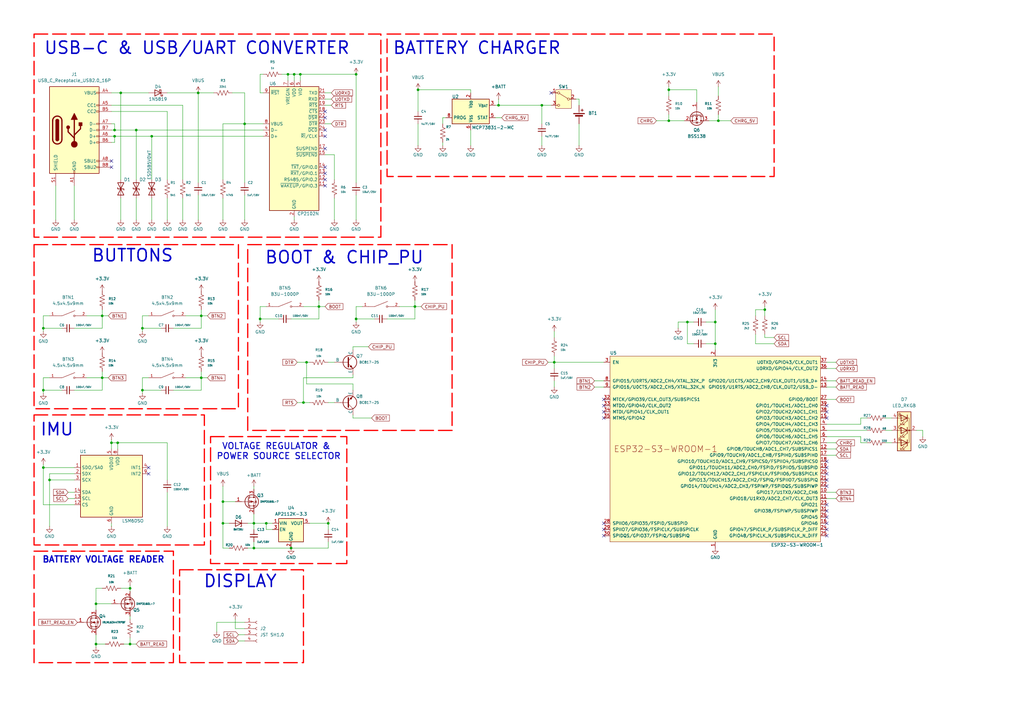
<source format=kicad_sch>
(kicad_sch (version 20250114) (generator "eeschema") (generator_version "9.0")
  (paper "A3")
  (title_block (title "IMU-RC Hand Unit Schematic") (date "2025-07-07") (rev "8") (company "ESTG-IPL") (comment 1 "or otherwise specified") (comment 2 "R - 1%") (comment 3 "C - 20%") (comment 4 "Tolerances:") (comment 5 "Important notes:"))
  (rectangle (start 86.36 179.07) (end 142.24 231.14) (stroke (width 0.508) (type dash) (color 255 0 0 1)))
  (rectangle (start 158.75 13.97) (end 317.5 72.39) (stroke (width 0.508) (type dash) (color 255 0 0 1)))
  (rectangle (start 101.6 100.33) (end 185.42 176.53) (stroke (width 0.508) (type dash) (color 255 0 0 1)))
  (rectangle (start 13.97 170.18) (end 83.82 223.52) (stroke (width 0.508) (type dash) (color 255 0 0 1)))
  (rectangle (start 13.97 13.97) (end 156.21 97.282) (stroke (width 0.508) (type dash) (color 255 0 0 1)))
  (rectangle (start 13.97 100.33) (end 97.79 167.64) (stroke (width 0.508) (type dash) (color 255 0 0 1)))
  (rectangle (start 73.66 233.68) (end 124.46 271.78) (stroke (width 0.508) (type dash) (color 255 0 0 1)))
  (rectangle (start 13.97 226.06) (end 71.12 271.78) (stroke (width 0.508) (type dash) (color 255 0 0 1)))
  (text "VOLTAGE REGULATOR & \nPOWER SOURCE SELECTOR" (at 114.3 185.166 0) (effects (font (size 2.54 2.54) (thickness 0.375))))
  (text "BATTERY CHARGER" (at 195.58 19.812 0) (effects (font (size 5 5) (thickness 0.625))))
  (text "BUTTONS\n\n" (at 54.356 108.966 0) (effects (font (size 5 5) (thickness 0.625))))
  (text "BOOT & CHIP_PU\n\n\n" (at 141.224 113.792 0) (effects (font (size 5 5) (thickness 0.625))))
  (text "USB-C & USB/UART CONVERTER" (at 80.772 19.812 0) (effects (font (size 5 5) (thickness 0.625))))
  (text "BATTERY VOLTAGE READER" (at 42.418 229.616 0) (effects (font (size 2.54 2.54) (thickness 0.5))))
  (text "IMU" (at 23.368 176.276 0) (effects (font (size 5 5) (thickness 0.625))))
  (text "DISPLAY\n" (at 98.552 238.506 0) (effects (font (size 5 5) (thickness 0.625))))
  (junction (at 293.37 140.97))
  (junction (at 222.25 43.18))
  (junction (at 53.34 264.16))
  (junction (at 171.45 36.83))
  (junction (at 124.46 165.1))
  (junction (at 82.55 129.54))
  (junction (at 125.73 148.59))
  (junction (at 58.42 134.62))
  (junction (at 281.94 132.08))
  (junction (at 39.37 247.65))
  (junction (at 146.05 130.81))
  (junction (at 46.99 53.34))
  (junction (at 46.99 55.88))
  (junction (at 313.69 127))
  (junction (at 17.78 134.62))
  (junction (at 293.37 132.08))
  (junction (at 49.53 38.1))
  (junction (at 62.23 55.88))
  (junction (at 91.44 214.63))
  (junction (at 120.65 30.48))
  (junction (at 53.34 241.3))
  (junction (at 82.55 154.94))
  (junction (at 41.91 154.94))
  (junction (at 55.88 53.34))
  (junction (at 146.05 30.48))
  (junction (at 104.14 224.79))
  (junction (at 20.32 196.85))
  (junction (at 123.19 30.48))
  (junction (at 39.37 264.16))
  (junction (at 274.32 49.53))
  (junction (at 106.68 130.81))
  (junction (at 81.28 38.1))
  (junction (at 91.44 205.74))
  (junction (at 100.33 50.8))
  (junction (at 134.62 214.63))
  (junction (at 170.18 125.73))
  (junction (at 227.33 148.59))
  (junction (at 204.47 43.18))
  (junction (at 48.26 181.61))
  (junction (at 41.91 129.54))
  (junction (at 17.78 191.77))
  (junction (at 119.38 224.79))
  (junction (at 17.78 160.02))
  (junction (at 104.14 214.63))
  (junction (at 45.72 181.61))
  (junction (at 294.64 49.53))
  (junction (at 58.42 160.02))
  (junction (at 118.11 30.48))
  (junction (at 109.22 214.63))
  (junction (at 130.81 125.73))
  (junction (at 274.32 36.83))
  (no_connect (at 226.06 38.1))
  (no_connect (at 339.09 199.39))
  (no_connect (at 133.35 55.88))
  (no_connect (at 247.65 217.17))
  (no_connect (at 247.65 163.83))
  (no_connect (at 45.72 68.58))
  (no_connect (at 133.35 71.12))
  (no_connect (at 339.09 207.01))
  (no_connect (at 339.09 214.63))
  (no_connect (at 45.72 66.04))
  (no_connect (at 247.65 214.63))
  (no_connect (at 339.09 196.85))
  (no_connect (at 339.09 168.91))
  (no_connect (at 247.65 166.37))
  (no_connect (at 133.35 48.26))
  (no_connect (at 60.96 191.77))
  (no_connect (at 339.09 194.31))
  (no_connect (at 247.65 219.71))
  (no_connect (at 133.35 76.2))
  (no_connect (at 133.35 68.58))
  (no_connect (at 339.09 217.17))
  (no_connect (at 339.09 212.09))
  (no_connect (at 133.35 60.96))
  (no_connect (at 339.09 166.37))
  (no_connect (at 133.35 73.66))
  (no_connect (at 133.35 45.72))
  (no_connect (at 339.09 171.45))
  (no_connect (at 247.65 171.45))
  (no_connect (at 133.35 53.34))
  (no_connect (at 339.09 191.77))
  (no_connect (at 339.09 189.23))
  (no_connect (at 339.09 209.55))
  (no_connect (at 247.65 168.91))
  (no_connect (at 60.96 194.31))
  (no_connect (at 339.09 219.71))
  (wire (pts (xy 134.62 224.79) (xy 119.38 224.79)))
  (wire (pts (xy 41.91 134.62) (xy 41.91 129.54)))
  (wire (pts (xy 53.34 241.3) (xy 53.34 242.57)))
  (wire (pts (xy 289.56 132.08) (xy 293.37 132.08)))
  (wire (pts (xy 45.72 180.34) (xy 45.72 181.61)))
  (wire (pts (xy 85.09 129.54) (xy 82.55 129.54)))
  (wire (pts (xy 45.72 38.1) (xy 49.53 38.1)))
  (wire (pts (xy 17.78 160.02) (xy 17.78 154.94)))
  (wire (pts (xy 294.64 49.53) (xy 294.64 46.99)))
  (wire (pts (xy 120.65 30.48) (xy 118.11 30.48)))
  (wire (pts (xy 76.2 154.94) (xy 82.55 154.94)))
  (wire (pts (xy 278.13 132.08) (xy 281.94 132.08)))
  (wire (pts (xy 146.05 130.81) (xy 146.05 125.73)))
  (wire (pts (xy 274.32 49.53) (xy 269.24 49.53)))
  (wire (pts (xy 58.42 134.62) (xy 66.04 134.62)))
  (wire (pts (xy 144.78 160.02) (xy 144.78 157.48)))
  (wire (pts (xy 17.78 191.77) (xy 30.48 191.77)))
  (wire (pts (xy 91.44 50.8) (xy 91.44 73.66)))
  (wire (pts (xy 363.22 176.53) (xy 365.76 176.53)))
  (wire (pts (xy 45.72 184.15) (xy 45.72 181.61)))
  (wire (pts (xy 17.78 134.62) (xy 17.78 129.54)))
  (wire (pts (xy 339.09 186.69) (xy 342.9 186.69)))
  (wire (pts (xy 204.47 40.64) (xy 204.47 43.18)))
  (wire (pts (xy 290.83 49.53) (xy 294.64 49.53)))
  (wire (pts (xy 293.37 132.08) (xy 293.37 140.97)))
  (wire (pts (xy 227.33 156.21) (xy 227.33 158.75)))
  (wire (pts (xy 82.55 127) (xy 82.55 129.54)))
  (wire (pts (xy 17.78 129.54) (xy 20.32 129.54)))
  (wire (pts (xy 170.18 123.19) (xy 170.18 125.73)))
  (wire (pts (xy 17.78 191.77) (xy 17.78 207.01)))
  (wire (pts (xy 120.65 88.9) (xy 120.65 90.17)))
  (wire (pts (xy 181.61 48.26) (xy 182.88 48.26)))
  (wire (pts (xy 109.22 214.63) (xy 111.76 214.63)))
  (wire (pts (xy 17.78 160.02) (xy 25.4 160.02)))
  (wire (pts (xy 339.09 163.83) (xy 342.9 163.83)))
  (wire (pts (xy 339.09 158.75) (xy 342.9 158.75)))
  (wire (pts (xy 353.06 181.61) (xy 355.6 181.61)))
  (wire (pts (xy 39.37 247.65) (xy 45.72 247.65)))
  (wire (pts (xy 100.33 50.8) (xy 107.95 50.8)))
  (wire (pts (xy 62.23 55.88) (xy 107.95 55.88)))
  (wire (pts (xy 339.09 181.61) (xy 342.9 181.61)))
  (wire (pts (xy 181.61 59.69) (xy 181.61 58.42)))
  (wire (pts (xy 237.49 40.64) (xy 237.49 43.18)))
  (wire (pts (xy 82.55 134.62) (xy 82.55 129.54)))
  (wire (pts (xy 30.48 76.2) (xy 30.48 90.17)))
  (wire (pts (xy 100.33 38.1) (xy 100.33 50.8)))
  (wire (pts (xy 313.69 127) (xy 309.88 127)))
  (wire (pts (xy 227.33 146.05) (xy 227.33 148.59)))
  (wire (pts (xy 339.09 151.13) (xy 342.9 151.13)))
  (wire (pts (xy 106.68 38.1) (xy 106.68 30.48)))
  (wire (pts (xy 124.46 165.1) (xy 127 165.1)))
  (wire (pts (xy 53.34 240.03) (xy 53.34 241.3)))
  (wire (pts (xy 294.64 49.53) (xy 299.72 49.53)))
  (wire (pts (xy 91.44 205.74) (xy 96.52 205.74)))
  (wire (pts (xy 134.62 214.63) (xy 127 214.63)))
  (wire (pts (xy 39.37 264.16) (xy 39.37 265.43)))
  (wire (pts (xy 313.69 125.73) (xy 313.69 127)))
  (wire (pts (xy 274.32 35.56) (xy 274.32 36.83)))
  (wire (pts (xy 46.99 55.88) (xy 46.99 58.42)))
  (wire (pts (xy 227.33 148.59) (xy 247.65 148.59)))
  (wire (pts (xy 81.28 38.1) (xy 87.63 38.1)))
  (wire (pts (xy 353.06 173.99) (xy 353.06 171.45)))
  (wire (pts (xy 30.48 160.02) (xy 41.91 160.02)))
  (wire (pts (xy 91.44 199.39) (xy 91.44 205.74)))
  (wire (pts (xy 88.9 255.27) (xy 88.9 259.08)))
  (wire (pts (xy 124.46 154.94) (xy 124.46 165.1)))
  (wire (pts (xy 193.04 38.1) (xy 193.04 36.83)))
  (wire (pts (xy 339.09 201.93) (xy 342.9 201.93)))
  (wire (pts (xy 127 148.59) (xy 125.73 148.59)))
  (wire (pts (xy 363.22 181.61) (xy 365.76 181.61)))
  (wire (pts (xy 353.06 171.45) (xy 355.6 171.45)))
  (wire (pts (xy 58.42 135.89) (xy 58.42 134.62)))
  (wire (pts (xy 144.78 171.45) (xy 152.4 171.45)))
  (wire (pts (xy 55.88 53.34) (xy 55.88 73.66)))
  (wire (pts (xy 222.25 43.18) (xy 226.06 43.18)))
  (wire (pts (xy 339.09 173.99) (xy 353.06 173.99)))
  (wire (pts (xy 53.34 252.73) (xy 53.34 254)))
  (wire (pts (xy 133.35 38.1) (xy 135.89 38.1)))
  (wire (pts (xy 45.72 53.34) (xy 46.99 53.34)))
  (wire (pts (xy 133.35 50.8) (xy 135.89 50.8)))
  (wire (pts (xy 172.72 125.73) (xy 170.18 125.73)))
  (wire (pts (xy 144.78 142.24) (xy 151.13 142.24)))
  (wire (pts (xy 41.91 152.4) (xy 41.91 154.94)))
  (wire (pts (xy 133.35 125.73) (xy 130.81 125.73)))
  (wire (pts (xy 227.33 148.59) (xy 227.33 151.13)))
  (wire (pts (xy 71.12 160.02) (xy 82.55 160.02)))
  (wire (pts (xy 76.2 129.54) (xy 82.55 129.54)))
  (wire (pts (xy 17.78 161.29) (xy 17.78 160.02)))
  (wire (pts (xy 91.44 214.63) (xy 91.44 205.74)))
  (wire (pts (xy 101.6 224.79) (xy 104.14 224.79)))
  (wire (pts (xy 106.68 30.48) (xy 107.95 30.48)))
  (wire (pts (xy 39.37 241.3) (xy 39.37 247.65)))
  (wire (pts (xy 58.42 154.94) (xy 60.96 154.94)))
  (wire (pts (xy 144.78 154.94) (xy 124.46 154.94)))
  (wire (pts (xy 134.62 222.25) (xy 134.62 224.79)))
  (wire (pts (xy 55.88 53.34) (xy 107.95 53.34)))
  (wire (pts (xy 39.37 264.16) (xy 43.18 264.16)))
  (wire (pts (xy 274.32 49.53) (xy 280.67 49.53)))
  (wire (pts (xy 193.04 53.34) (xy 193.04 59.69)))
  (wire (pts (xy 41.91 241.3) (xy 39.37 241.3)))
  (wire (pts (xy 58.42 129.54) (xy 60.96 129.54)))
  (wire (pts (xy 58.42 161.29) (xy 58.42 160.02)))
  (wire (pts (xy 339.09 204.47) (xy 342.9 204.47)))
  (wire (pts (xy 53.34 264.16) (xy 55.88 264.16)))
  (wire (pts (xy 68.58 45.72) (xy 68.58 73.66)))
  (wire (pts (xy 68.58 45.72) (xy 45.72 45.72)))
  (wire (pts (xy 134.62 165.1) (xy 137.16 165.1)))
  (wire (pts (xy 91.44 81.28) (xy 91.44 90.17)))
  (wire (pts (xy 133.35 43.18) (xy 135.89 43.18)))
  (wire (pts (xy 111.76 217.17) (xy 109.22 217.17)))
  (wire (pts (xy 171.45 36.83) (xy 171.45 45.72)))
  (wire (pts (xy 146.05 80.01) (xy 146.05 90.17)))
  (wire (pts (xy 74.93 81.28) (xy 74.93 90.17)))
  (wire (pts (xy 137.16 81.28) (xy 137.16 90.17)))
  (wire (pts (xy 313.69 127) (xy 313.69 129.54)))
  (wire (pts (xy 353.06 179.07) (xy 353.06 181.61)))
  (wire (pts (xy 281.94 132.08) (xy 281.94 140.97)))
  (wire (pts (xy 91.44 214.63) (xy 93.98 214.63)))
  (wire (pts (xy 293.37 140.97) (xy 293.37 143.51)))
  (wire (pts (xy 68.58 181.61) (xy 48.26 181.61)))
  (wire (pts (xy 30.48 134.62) (xy 41.91 134.62)))
  (wire (pts (xy 17.78 207.01) (xy 30.48 207.01)))
  (wire (pts (xy 46.99 58.42) (xy 45.72 58.42)))
  (wire (pts (xy 294.64 35.56) (xy 294.64 39.37)))
  (wire (pts (xy 45.72 55.88) (xy 46.99 55.88)))
  (wire (pts (xy 130.81 130.81) (xy 130.81 125.73)))
  (wire (pts (xy 237.49 50.8) (xy 237.49 59.69)))
  (wire (pts (xy 109.22 217.17) (xy 109.22 214.63)))
  (wire (pts (xy 53.34 264.16) (xy 53.34 261.62)))
  (wire (pts (xy 74.93 43.18) (xy 74.93 73.66)))
  (wire (pts (xy 123.19 30.48) (xy 123.19 33.02)))
  (wire (pts (xy 104.14 210.82) (xy 104.14 214.63)))
  (wire (pts (xy 274.32 36.83) (xy 274.32 39.37)))
  (wire (pts (xy 100.33 50.8) (xy 100.33 74.93)))
  (wire (pts (xy 49.53 81.28) (xy 49.53 90.17)))
  (wire (pts (xy 44.45 129.54) (xy 41.91 129.54)))
  (wire (pts (xy 71.12 134.62) (xy 82.55 134.62)))
  (wire (pts (xy 224.79 148.59) (xy 227.33 148.59)))
  (wire (pts (xy 85.09 154.94) (xy 82.55 154.94)))
  (wire (pts (xy 203.2 48.26) (xy 205.74 48.26)))
  (wire (pts (xy 97.79 262.89) (xy 100.33 262.89)))
  (wire (pts (xy 293.37 127) (xy 293.37 132.08)))
  (wire (pts (xy 68.58 38.1) (xy 81.28 38.1)))
  (wire (pts (xy 181.61 50.8) (xy 181.61 48.26)))
  (wire (pts (xy 46.99 50.8) (xy 45.72 50.8)))
  (wire (pts (xy 313.69 137.16) (xy 313.69 138.43)))
  (wire (pts (xy 137.16 73.66) (xy 137.16 63.5)))
  (wire (pts (xy 101.6 214.63) (xy 104.14 214.63)))
  (wire (pts (xy 44.45 154.94) (xy 41.91 154.94)))
  (wire (pts (xy 204.47 43.18) (xy 203.2 43.18)))
  (wire (pts (xy 81.28 38.1) (xy 81.28 74.93)))
  (wire (pts (xy 339.09 184.15) (xy 342.9 184.15)))
  (wire (pts (xy 91.44 214.63) (xy 91.44 224.79)))
  (wire (pts (xy 104.14 199.39) (xy 104.14 200.66)))
  (wire (pts (xy 104.14 222.25) (xy 104.14 224.79)))
  (wire (pts (xy 118.11 30.48) (xy 115.57 30.48)))
  (wire (pts (xy 58.42 160.02) (xy 58.42 154.94)))
  (wire (pts (xy 130.81 123.19) (xy 130.81 125.73)))
  (wire (pts (xy 39.37 250.19) (xy 39.37 247.65)))
  (wire (pts (xy 95.25 38.1) (xy 100.33 38.1)))
  (wire (pts (xy 222.25 43.18) (xy 204.47 43.18)))
  (wire (pts (xy 137.16 63.5) (xy 133.35 63.5)))
  (wire (pts (xy 58.42 134.62) (xy 58.42 129.54)))
  (wire (pts (xy 125.73 157.48) (xy 125.73 148.59)))
  (wire (pts (xy 82.55 160.02) (xy 82.55 154.94)))
  (wire (pts (xy 68.58 81.28) (xy 68.58 90.17)))
  (wire (pts (xy 82.55 152.4) (xy 82.55 154.94)))
  (wire (pts (xy 227.33 138.43) (xy 227.33 135.89)))
  (wire (pts (xy 49.53 38.1) (xy 60.96 38.1)))
  (wire (pts (xy 289.56 140.97) (xy 293.37 140.97)))
  (wire (pts (xy 96.52 257.81) (xy 96.52 254)))
  (wire (pts (xy 104.14 217.17) (xy 104.14 214.63)))
  (wire (pts (xy 41.91 127) (xy 41.91 129.54)))
  (wire (pts (xy 121.92 165.1) (xy 124.46 165.1)))
  (wire (pts (xy 133.35 40.64) (xy 135.89 40.64)))
  (wire (pts (xy 339.09 179.07) (xy 353.06 179.07)))
  (wire (pts (xy 81.28 80.01) (xy 81.28 90.17)))
  (wire (pts (xy 35.56 129.54) (xy 41.91 129.54)))
  (wire (pts (xy 285.75 36.83) (xy 274.32 36.83)))
  (wire (pts (xy 134.62 217.17) (xy 134.62 214.63)))
  (wire (pts (xy 170.18 130.81) (xy 170.18 125.73)))
  (wire (pts (xy 120.65 33.02) (xy 120.65 30.48)))
  (wire (pts (xy 284.48 140.97) (xy 281.94 140.97)))
  (wire (pts (xy 20.32 196.85) (xy 20.32 194.31)))
  (wire (pts (xy 100.33 80.01) (xy 100.33 90.17)))
  (wire (pts (xy 274.32 49.53) (xy 274.32 46.99)))
  (wire (pts (xy 62.23 81.28) (xy 62.23 90.17)))
  (wire (pts (xy 121.92 148.59) (xy 125.73 148.59)))
  (wire (pts (xy 243.84 158.75) (xy 247.65 158.75)))
  (wire (pts (xy 278.13 134.62) (xy 278.13 132.08)))
  (wire (pts (xy 106.68 38.1) (xy 107.95 38.1)))
  (wire (pts (xy 20.32 196.85) (xy 30.48 196.85)))
  (wire (pts (xy 339.09 148.59) (xy 342.9 148.59)))
  (wire (pts (xy 144.78 171.45) (xy 144.78 170.18)))
  (wire (pts (xy 100.33 255.27) (xy 88.9 255.27)))
  (wire (pts (xy 17.78 190.5) (xy 17.78 191.77)))
  (wire (pts (xy 106.68 130.81) (xy 114.3 130.81)))
  (wire (pts (xy 363.22 171.45) (xy 365.76 171.45)))
  (wire (pts (xy 68.58 196.85) (xy 68.58 181.61)))
  (wire (pts (xy 45.72 43.18) (xy 74.93 43.18)))
  (wire (pts (xy 146.05 30.48) (xy 146.05 74.93)))
  (wire (pts (xy 144.78 153.67) (xy 144.78 154.94)))
  (wire (pts (xy 22.86 76.2) (xy 22.86 90.17)))
  (wire (pts (xy 119.38 130.81) (xy 130.81 130.81)))
  (wire (pts (xy 41.91 160.02) (xy 41.91 154.94)))
  (wire (pts (xy 46.99 55.88) (xy 62.23 55.88)))
  (wire (pts (xy 62.23 55.88) (xy 62.23 73.66)))
  (wire (pts (xy 146.05 125.73) (xy 148.59 125.73)))
  (wire (pts (xy 17.78 134.62) (xy 25.4 134.62)))
  (wire (pts (xy 222.25 55.88) (xy 222.25 59.69)))
  (wire (pts (xy 378.46 176.53) (xy 375.92 176.53)))
  (wire (pts (xy 27.94 204.47) (xy 30.48 204.47)))
  (wire (pts (xy 118.11 33.02) (xy 118.11 30.48)))
  (wire (pts (xy 49.53 241.3) (xy 53.34 241.3)))
  (wire (pts (xy 281.94 132.08) (xy 284.48 132.08)))
  (wire (pts (xy 222.25 50.8) (xy 222.25 43.18)))
  (wire (pts (xy 100.33 257.81) (xy 96.52 257.81)))
  (wire (pts (xy 45.72 214.63) (xy 45.72 215.9)))
  (wire (pts (xy 91.44 224.79) (xy 93.98 224.79)))
  (wire (pts (xy 20.32 194.31) (xy 30.48 194.31)))
  (wire (pts (xy 45.72 181.61) (xy 48.26 181.61)))
  (wire (pts (xy 124.46 125.73) (xy 130.81 125.73)))
  (wire (pts (xy 27.94 201.93) (xy 30.48 201.93)))
  (wire (pts (xy 91.44 50.8) (xy 100.33 50.8)))
  (wire (pts (xy 144.78 157.48) (xy 125.73 157.48)))
  (wire (pts (xy 17.78 135.89) (xy 17.78 134.62)))
  (wire (pts (xy 309.88 129.54) (xy 309.88 127)))
  (wire (pts (xy 144.78 142.24) (xy 144.78 143.51)))
  (wire (pts (xy 171.45 36.83) (xy 193.04 36.83)))
  (wire (pts (xy 163.83 125.73) (xy 170.18 125.73)))
  (wire (pts (xy 339.09 156.21) (xy 342.9 156.21)))
  (wire (pts (xy 39.37 260.35) (xy 39.37 264.16)))
  (wire (pts (xy 171.45 59.69) (xy 171.45 50.8)))
  (wire (pts (xy 146.05 130.81) (xy 153.67 130.81)))
  (wire (pts (xy 146.05 132.08) (xy 146.05 130.81)))
  (wire (pts (xy 123.19 30.48) (xy 146.05 30.48)))
  (wire (pts (xy 58.42 160.02) (xy 66.04 160.02)))
  (wire (pts (xy 158.75 130.81) (xy 170.18 130.81)))
  (wire (pts (xy 17.78 154.94) (xy 20.32 154.94)))
  (wire (pts (xy 378.46 179.07) (xy 378.46 176.53)))
  (wire (pts (xy 106.68 132.08) (xy 106.68 130.81)))
  (wire (pts (xy 313.69 138.43) (xy 317.5 138.43)))
  (wire (pts (xy 104.14 224.79) (xy 119.38 224.79)))
  (wire (pts (xy 120.65 30.48) (xy 123.19 30.48)))
  (wire (pts (xy 106.68 130.81) (xy 106.68 125.73)))
  (wire (pts (xy 49.53 38.1) (xy 49.53 73.66)))
  (wire (pts (xy 285.75 41.91) (xy 285.75 36.83)))
  (wire (pts (xy 68.58 201.93) (xy 68.58 215.9)))
  (wire (pts (xy 237.49 40.64) (xy 236.22 40.64)))
  (wire (pts (xy 46.99 53.34) (xy 46.99 50.8)))
  (wire (pts (xy 106.68 125.73) (xy 109.22 125.73)))
  (wire (pts (xy 48.26 181.61) (xy 48.26 184.15)))
  (wire (pts (xy 309.88 140.97) (xy 317.5 140.97)))
  (wire (pts (xy 46.99 53.34) (xy 55.88 53.34)))
  (wire (pts (xy 97.79 260.35) (xy 100.33 260.35)))
  (wire (pts (xy 55.88 81.28) (xy 55.88 90.17)))
  (wire (pts (xy 339.09 176.53) (xy 355.6 176.53)))
  (wire (pts (xy 20.32 215.9) (xy 20.32 196.85)))
  (wire (pts (xy 35.56 154.94) (xy 41.91 154.94)))
  (wire (pts (xy 104.14 214.63) (xy 109.22 214.63)))
  (wire (pts (xy 50.8 264.16) (xy 53.34 264.16)))
  (wire (pts (xy 309.88 140.97) (xy 309.88 137.16)))
  (wire (pts (xy 243.84 156.21) (xy 247.65 156.21)))
  (wire (pts (xy 134.62 148.59) (xy 137.16 148.59)))
  (global_label "BATT_READ" (shape input) (at 342.9 158.75 0) (property "Intersheetrefs" "${INTERSHEET_REFS}" (effects (hide yes))))
  (global_label "BTN3" (shape input) (at 44.45 154.94 0) (property "Intersheetrefs" "${INTERSHEET_REFS}" (effects (hide yes))))
  (global_label "BOOT" (shape input) (at 133.35 125.73 0) (property "Intersheetrefs" "${INTERSHEET_REFS}" (effects (hide yes))))
  (global_label "SDA" (shape input) (at 342.9 184.15 0) (property "Intersheetrefs" "${INTERSHEET_REFS}" (effects (hide yes))))
  (global_label "BATT_READ" (shape input) (at 55.88 264.16 0) (property "Intersheetrefs" "${INTERSHEET_REFS}" (effects (hide yes))))
  (global_label "BATT_READ_EN" (shape input) (at 342.9 156.21 0) (property "Intersheetrefs" "${INTERSHEET_REFS}" (effects (hide yes))))
  (global_label "RTS" (shape input) (at 135.89 43.18 0) (property "Intersheetrefs" "${INTERSHEET_REFS}" (effects (hide yes))))
  (global_label "CHIP_PU" (shape input) (at 172.72 125.73 0) (property "Intersheetrefs" "${INTERSHEET_REFS}" (effects (hide yes))))
  (global_label "SDA" (shape input) (at 317.5 140.97 0) (property "Intersheetrefs" "${INTERSHEET_REFS}" (effects (hide yes))))
  (global_label "CHRG" (shape input) (at 342.9 181.61 0) (property "Intersheetrefs" "${INTERSHEET_REFS}" (effects (hide yes))))
  (global_label "CHIP_PU" (shape input) (at 224.79 148.59 180) (property "Intersheetrefs" "${INTERSHEET_REFS}" (effects (hide yes))))
  (global_label "RTS" (shape input) (at 121.92 165.1 180) (property "Intersheetrefs" "${INTERSHEET_REFS}" (effects (hide yes))))
  (global_label "SCL" (shape input) (at 27.94 204.47 180) (property "Intersheetrefs" "${INTERSHEET_REFS}" (effects (hide yes))))
  (global_label "CHRG_5V" (shape input) (at 299.72 49.53 0) (property "Intersheetrefs" "${INTERSHEET_REFS}" (effects (hide yes))))
  (global_label "BTN2" (shape input) (at 243.84 158.75 180) (property "Intersheetrefs" "${INTERSHEET_REFS}" (effects (hide yes))))
  (global_label "SCL" (shape input) (at 317.5 138.43 0) (property "Intersheetrefs" "${INTERSHEET_REFS}" (effects (hide yes))))
  (global_label "CHRG_5V" (shape input) (at 205.74 48.26 0) (property "Intersheetrefs" "${INTERSHEET_REFS}" (effects (hide yes))))
  (global_label "SDA" (shape input) (at 97.79 262.89 180) (property "Intersheetrefs" "${INTERSHEET_REFS}" (effects (hide yes))))
  (global_label "BTN1" (shape input) (at 243.84 156.21 180) (property "Intersheetrefs" "${INTERSHEET_REFS}" (effects (hide yes))))
  (global_label "BTN1" (shape input) (at 44.45 129.54 0) (property "Intersheetrefs" "${INTERSHEET_REFS}" (effects (hide yes))))
  (global_label "DTR" (shape input) (at 121.92 148.59 180) (property "Intersheetrefs" "${INTERSHEET_REFS}" (effects (hide yes))))
  (global_label "BOOT" (shape input) (at 342.9 163.83 0) (property "Intersheetrefs" "${INTERSHEET_REFS}" (effects (hide yes))))
  (global_label "SCL" (shape input) (at 342.9 186.69 0) (property "Intersheetrefs" "${INTERSHEET_REFS}" (effects (hide yes))))
  (global_label "U0RXD" (shape input) (at 342.9 151.13 0) (property "Intersheetrefs" "${INTERSHEET_REFS}" (effects (hide yes))))
  (global_label "U0TXD" (shape input) (at 342.9 148.59 0) (property "Intersheetrefs" "${INTERSHEET_REFS}" (effects (hide yes))))
  (global_label "SDA" (shape input) (at 27.94 201.93 180) (property "Intersheetrefs" "${INTERSHEET_REFS}" (effects (hide yes))))
  (global_label "BTN4" (shape input) (at 342.9 204.47 0) (property "Intersheetrefs" "${INTERSHEET_REFS}" (effects (hide yes))))
  (global_label "U0RXD" (shape input) (at 135.89 38.1 0) (property "Intersheetrefs" "${INTERSHEET_REFS}" (effects (hide yes))))
  (global_label "BATT_READ_EN" (shape input) (at 31.75 255.27 180) (property "Intersheetrefs" "${INTERSHEET_REFS}" (effects (hide yes))))
  (global_label "BTN2" (shape input) (at 85.09 129.54 0) (property "Intersheetrefs" "${INTERSHEET_REFS}" (effects (hide yes))))
  (global_label "BTN4" (shape input) (at 85.09 154.94 0) (property "Intersheetrefs" "${INTERSHEET_REFS}" (effects (hide yes))))
  (global_label "DTR" (shape input) (at 135.89 50.8 0) (property "Intersheetrefs" "${INTERSHEET_REFS}" (effects (hide yes))))
  (global_label "CHRG" (shape input) (at 269.24 49.53 180) (property "Intersheetrefs" "${INTERSHEET_REFS}" (effects (hide yes))))
  (global_label "U0TXD" (shape input) (at 135.89 40.64 0) (property "Intersheetrefs" "${INTERSHEET_REFS}" (effects (hide yes))))
  (global_label "SCL" (shape input) (at 97.79 260.35 180) (property "Intersheetrefs" "${INTERSHEET_REFS}" (effects (hide yes))))
  (global_label "BTN3" (shape input) (at 342.9 201.93 0) (property "Intersheetrefs" "${INTERSHEET_REFS}" (effects (hide yes))))
  (global_label "BOOT" (shape input) (at 152.4 171.45 0) (property "Intersheetrefs" "${INTERSHEET_REFS}" (effects (hide yes))))
  (global_label "CHIP_PU" (shape input) (at 151.13 142.24 0) (property "Intersheetrefs" "${INTERSHEET_REFS}" (effects (hide yes))))
  (symbol (lib_id "power:GND") (at 74.93 90.17 0) (unit 1)
    (property "Reference" "#PWR036" (effects (hide yes)))
    (property "Value" "GND" (at 74.93 93.98 0))
    (property "Description" "Power symbol creates a global label with name \"GND\" , ground" (effects (hide yes)))
  )
  (symbol (lib_id "Device:C_Small") (at 146.05 77.47 180) (unit 1)
    (property "Reference" "C3" (at 148.59 76.8286 0) (effects (font (size 1 1)) (justify right)))
    (property "Value" "10uF/25V" (at 148.59 78.7335 0) (effects (font (size 0.75 0.75)) (justify right)))
    (property "Footprint" "Capacitor_SMD:C_0603_1608Metric" (effects (hide yes)))
  )
  (symbol (lib_id "power:+3.3V") (at 45.72 180.34 0) (unit 1)
    (property "Reference" "#PWR059" (effects (hide yes)))
    (property "Value" "+3.3V" (at 45.72 175.26 0))
    (property "Description" "Power symbol creates a global label with name \"+3.3V\"" (effects (hide yes)))
  )
  (symbol (lib_id "power:GND") (at 68.58 90.17 0) (unit 1)
    (property "Reference" "#PWR032" (effects (hide yes)))
    (property "Value" "GND" (at 68.58 93.98 0))
    (property "Description" "Power symbol creates a global label with name \"GND\" , ground" (effects (hide yes)))
  )
  (symbol (lib_id "Device:R_US") (at 294.64 43.18 0) (mirror x) (unit 1)
    (property "Reference" "R11" (at 292.1 42.545 0) (effects (font (size 1 1)) (justify right)))
    (property "Value" "10k" (at 292.1 44.4499 0) (effects (font (size 0.75 0.75)) (justify right)))
    (property "Footprint" "Resistor_SMD:R_0805_2012Metric" (effects (hide yes)))
  )
  (symbol (lib_id "power:GND") (at 68.58 215.9 0) (unit 1)
    (property "Reference" "#PWR026" (effects (hide yes)))
    (property "Value" "GND" (at 68.58 219.964 0))
    (property "Description" "Power symbol creates a global label with name \"GND\" , ground" (effects (hide yes)))
  )
  (symbol (lib_id "power:GND") (at 146.05 90.17 0) (unit 1)
    (property "Reference" "#PWR041" (effects (hide yes)))
    (property "Value" "GND" (at 146.05 93.98 0))
    (property "Description" "Power symbol creates a global label with name \"GND\" , ground" (effects (hide yes)))
  )
  (symbol (lib_id "Device:C_Small") (at 171.45 48.26 0) (unit 1)
    (property "Reference" "C4" (at 172.72 45.72 0) (effects (font (size 1 1)) (justify left)))
    (property "Value" "4u7F/16V" (at 172.72 50.8 0) (effects (font (size 0.75 0.75)) (justify left)))
    (property "Footprint" "Capacitor_SMD:C_0603_1608Metric" (effects (hide yes)))
  )
  (symbol (lib_id "Device:C_Small") (at 68.58 160.02 90) (mirror x) (unit 1)
    (property "Reference" "C9" (at 66.04 158.75 90) (effects (font (size 1 1))))
    (property "Value" "100nF/50V" (at 74.93 158.75 90) (effects (font (size 0.75 0.75))))
    (property "Footprint" "Capacitor_SMD:C_0805_2012Metric" (effects (hide yes)))
  )
  (symbol (lib_id "power:+3.3V") (at 17.78 190.5 0) (unit 1)
    (property "Reference" "#PWR046" (effects (hide yes)))
    (property "Value" "+3.3V" (at 17.78 185.42 0))
    (property "Description" "Power symbol creates a global label with name \"+3.3V\"" (effects (hide yes)))
  )
  (symbol (lib_id "power:GND") (at 193.04 59.69 0) (unit 1)
    (property "Reference" "#PWR044" (effects (hide yes)))
    (property "Value" "GND" (at 193.04 63.5 0))
    (property "Description" "Power symbol creates a global label with name \"GND\" , ground" (effects (hide yes)))
  )
  (symbol (lib_id "Device:R_US") (at 274.32 43.18 180) (unit 1)
    (property "Reference" "R10" (at 276.86 42.545 0) (effects (font (size 1 1)) (justify right)))
    (property "Value" "10k" (at 276.86 44.4499 0) (effects (font (size 0.75 0.75)) (justify right)))
    (property "Footprint" "Resistor_SMD:R_0805_2012Metric" (effects (hide yes)))
  )
  (symbol (lib_id "power:+3.3V") (at 274.32 35.56 0) (unit 1)
    (property "Reference" "#PWR033" (effects (hide yes)))
    (property "Value" "+3.3V" (at 274.32 30.48 0))
    (property "Description" "Power symbol creates a global label with name \"+3.3V\"" (effects (hide yes)))
  )
  (symbol (lib_id "power:GND") (at 62.23 90.17 0) (unit 1)
    (property "Reference" "#PWR031" (effects (hide yes)))
    (property "Value" "GND" (at 62.23 93.98 0))
    (property "Description" "Power symbol creates a global label with name \"GND\" , ground" (effects (hide yes)))
  )
  (symbol (lib_id "power:GND") (at 39.37 265.43 0) (unit 1)
    (property "Reference" "#PWR021" (effects (hide yes)))
    (property "Value" "GND" (at 39.37 269.24 0))
    (property "Description" "Power symbol creates a global label with name \"GND\" , ground" (effects (hide yes)))
  )
  (symbol (lib_id "Device:LED_RKGB") (at 370.84 176.53 180) (unit 1)
    (property "Reference" "D7" (at 370.84 163.83 0))
    (property "Value" "LED_RKGB" (at 370.84 166.37 0))
    (property "Footprint" "IMURCLibrary:LED_D5.0mm-4_RKGB" (effects (hide yes)))
    (property "Description" "RGB LED, red/cathode/green/blue" (effects (hide yes)))
  )
  (symbol (lib_id "B3U-1000P:B3U-1000P") (at 27.94 129.54 0) (unit 1)
    (property "Reference" "BTN1" (at 27.94 121.92 0))
    (property "Value" "4.5x4.5x9mm" (at 27.94 124.46 0))
    (property "Footprint" "Button_Switch_SMD:SW_SPST_PTS647_Sx50" (effects (hide yes)))
    (property "MF" "Omron" (effects (hide yes)))
    (property "DESCRIPTION" "Tactile Switch SPST-NO Top Actuated Surface Mount" (effects (hide yes)))
    (property "PACKAGE" "None" (effects (hide yes)))
    (property "PRICE" "None" (effects (hide yes)))
    (property "MP" "B3U-1000P" (effects (hide yes)))
    (property "AVAILABILITY" "Unavailable" (effects (hide yes)))
  )
  (symbol (lib_id "power:+3.3V") (at 227.33 135.89 0) (unit 1)
    (property "Reference" "#PWR024" (effects (hide yes)))
    (property "Value" "+3.3V" (at 227.33 130.81 0))
    (property "Description" "Power symbol creates a global label with name \"+3.3V\"" (effects (hide yes)))
  )
  (symbol (lib_id "Transistor_FET:BSS138") (at 285.75 46.99 270) (unit 1)
    (property "Reference" "Q6" (at 285.75 53.34 90))
    (property "Value" "BSS138" (at 285.75 55.88 90))
    (property "Footprint" "Package_TO_SOT_SMD:SOT-23" (effects (hide yes)))
    (property "Datasheet" "https://www.onsemi.com/pub/Collateral/BSS138-D.PDF" (effects (hide yes)))
    (property "Description" "50V Vds, 0.22A Id, N-Channel MOSFET, SOT-23" (effects (hide yes)))
  )
  (symbol (lib_id "power:GND") (at 49.53 90.17 0) (unit 1)
    (property "Reference" "#PWR013" (effects (hide yes)))
    (property "Value" "GND" (at 49.53 93.98 0))
    (property "Description" "Power symbol creates a global label with name \"GND\" , ground" (effects (hide yes)))
  )
  (symbol (lib_id "power:GND") (at 20.32 215.9 0) (unit 1)
    (property "Reference" "#PWR042" (effects (hide yes)))
    (property "Value" "GND" (at 20.32 219.964 0))
    (property "Description" "Power symbol creates a global label with name \"GND\" , ground" (effects (hide yes)))
  )
  (symbol (lib_id "Device:R_US") (at 309.88 133.35 0) (unit 1)
    (property "Reference" "R25" (at 307.34 132.715 0) (effects (font (size 1 1)) (justify right)))
    (property "Value" "2k2" (at 307.34 134.6199 0) (effects (font (size 0.75 0.75)) (justify right)))
    (property "Footprint" "Resistor_SMD:R_0805_2012Metric" (effects (hide yes)))
  )
  (symbol (lib_id "power:VBUS") (at 294.64 35.56 0) (unit 1)
    (property "Reference" "#PWR020" (effects (hide yes)))
    (property "Value" "VBUS" (at 294.64 30.48 0))
    (property "Description" "Power symbol creates a global label with name \"VBUS\"" (effects (hide yes)))
  )
  (symbol (lib_id "Device:C_Small") (at 222.25 53.34 0) (unit 1)
    (property "Reference" "C5" (at 223.52 50.8 0) (effects (font (size 1 1)) (justify left)))
    (property "Value" "4u7F/16V" (at 223.52 55.88 0) (effects (font (size 0.75 0.75)) (justify left)))
    (property "Footprint" "Capacitor_SMD:C_0603_1608Metric" (effects (hide yes)))
  )
  (symbol (lib_id "power:GND") (at 88.9 259.08 0) (unit 1)
    (property "Reference" "#PWR043" (effects (hide yes)))
    (property "Value" "GND" (at 88.9 262.89 0))
    (property "Description" "Power symbol creates a global label with name \"GND\" , ground" (effects (hide yes)))
  )
  (symbol (lib_id "Device:C_Small") (at 100.33 77.47 0) (unit 1)
    (property "Reference" "C2" (at 101.6 74.93 0) (effects (font (size 1 1)) (justify left)))
    (property "Value" "1uF/16V" (at 101.346 80.01 0) (effects (font (size 0.75 0.75)) (justify left)))
    (property "Footprint" "Capacitor_SMD:C_0603_1608Metric" (effects (hide yes)))
  )
  (symbol (lib_id "power:+3.3V") (at 146.05 30.48 0) (unit 1)
    (property "Reference" "#PWR040" (effects (hide yes)))
    (property "Value" "+3.3V" (at 146.05 25.4 0))
    (property "Description" "Power symbol creates a global label with name \"+3.3V\"" (effects (hide yes)))
  )
  (symbol (lib_id "Device:R_US") (at 82.55 123.19 180) (unit 1)
    (property "Reference" "R13" (at 85.09 122.555 0) (effects (font (size 1 1)) (justify right)))
    (property "Value" "10k" (at 85.09 124.4599 0) (effects (font (size 0.75 0.75)) (justify right)))
    (property "Footprint" "Resistor_SMD:R_0805_2012Metric" (effects (hide yes)))
  )
  (symbol (lib_id "power:+BATT") (at 53.34 240.03 0) (unit 1)
    (property "Reference" "#PWR022" (effects (hide yes)))
    (property "Value" "+BATT" (at 53.34 234.95 0))
    (property "Description" "Power symbol creates a global label with name \"+BATT\"" (effects (hide yes)))
  )
  (symbol (lib_id "power:+BATT") (at 204.47 40.64 0) (unit 1)
    (property "Reference" "#PWR016" (effects (hide yes)))
    (property "Value" "+BATT" (at 204.47 35.56 0))
    (property "Description" "Power symbol creates a global label with name \"+BATT\"" (effects (hide yes)))
  )
  (symbol (lib_id "Device:C_Small") (at 134.62 219.71 0) (unit 1)
    (property "Reference" "C14" (at 135.89 217.17 0) (effects (font (size 1 1)) (justify left)))
    (property "Value" "1uF/16V" (at 135.89 222.25 0) (effects (font (size 0.75 0.75)) (justify left)))
    (property "Footprint" "Capacitor_SMD:C_0805_2012Metric" (effects (hide yes)))
  )
  (symbol (lib_id "B3U-1000P:B3U-1000P") (at 68.58 154.94 0) (unit 1)
    (property "Reference" "BTN4" (at 68.58 147.32 0))
    (property "Value" "4.5x4.5x9mm" (at 68.58 149.86 0))
    (property "Footprint" "Button_Switch_SMD:SW_SPST_PTS647_Sx50" (effects (hide yes)))
    (property "MF" "Omron" (effects (hide yes)))
    (property "DESCRIPTION" "Tactile Switch SPST-NO Top Actuated Surface Mount" (effects (hide yes)))
    (property "PACKAGE" "None" (effects (hide yes)))
    (property "PRICE" "None" (effects (hide yes)))
    (property "MP" "B3U-1000P" (effects (hide yes)))
    (property "AVAILABILITY" "Unavailable" (effects (hide yes)))
  )
  (symbol (lib_id "Device:R_US") (at 97.79 224.79 270) (unit 1)
    (property "Reference" "R20" (at 93.98 223.52 90) (effects (font (size 1 1))))
    (property "Value" "10k" (at 101.6 223.52 90) (effects (font (size 0.75 0.75))))
    (property "Footprint" "Resistor_SMD:R_0805_2012Metric" (effects (hide yes)))
  )
  (symbol (lib_id "power:+3.3V") (at 96.52 254 0) (unit 1)
    (property "Reference" "#PWR056" (effects (hide yes)))
    (property "Value" "+3.3V" (at 96.52 248.92 0))
    (property "Description" "Power symbol creates a global label with name \"+3.3V\"" (effects (hide yes)))
  )
  (symbol (lib_id "power:VBUS") (at 91.44 199.39 0) (unit 1)
    (property "Reference" "#PWR08" (effects (hide yes)))
    (property "Value" "VBUS" (at 91.44 194.31 0))
    (property "Description" "Power symbol creates a global label with name \"VBUS\"" (effects (hide yes)))
  )
  (symbol (lib_id "Device:R_US") (at 130.81 148.59 90) (mirror x) (unit 1)
    (property "Reference" "R18" (at 130.81 143.51 90) (effects (font (size 1 1))))
    (property "Value" "10k" (at 130.81 146.05 90) (effects (font (size 0.75 0.75))))
    (property "Footprint" "Resistor_SMD:R_0805_2012Metric" (effects (hide yes)))
  )
  (symbol (lib_id "power:GND") (at 278.13 134.62 0) (unit 1)
    (property "Reference" "#PWR019" (effects (hide yes)))
    (property "Value" "GND" (at 278.13 138.684 0))
    (property "Description" "Power symbol creates a global label with name \"GND\" , ground" (effects (hide yes)))
  )
  (symbol (lib_id "Device:D_TVS") (at 55.88 77.47 90) (unit 1)
    (property "Reference" "D2" (at 57.15 73.66 90) (effects (justify right)))
    (property "Value" "ESD5B5V0WT" (effects (hide yes)))
    (property "Footprint" "Diode_SMD:D_SOD-523" (effects (hide yes)))
  )
  (symbol (lib_id "power:GND") (at 81.28 90.17 0) (unit 1)
    (property "Reference" "#PWR037" (effects (hide yes)))
    (property "Value" "GND" (at 81.28 93.98 0))
    (property "Description" "Power symbol creates a global label with name \"GND\" , ground" (effects (hide yes)))
  )
  (symbol (lib_id "Device:R_US") (at 130.81 165.1 90) (mirror x) (unit 1)
    (property "Reference" "R19" (at 130.81 160.02 90) (effects (font (size 1 1))))
    (property "Value" "10k" (at 130.81 162.56 90) (effects (font (size 0.75 0.75))))
    (property "Footprint" "Resistor_SMD:R_0805_2012Metric" (effects (hide yes)))
  )
  (symbol (lib_id "power:+3.3V") (at 41.91 119.38 0) (unit 1)
    (property "Reference" "#PWR047" (effects (hide yes)))
    (property "Value" "+3.3V" (at 41.91 114.3 0))
    (property "Description" "Power symbol creates a global label with name \"+3.3V\"" (effects (hide yes)))
  )
  (symbol (lib_id "Battery_Management:MCP73831-2-MC") (at 193.04 45.72 0) (unit 1)
    (property "Reference" "U2" (at 185.42 39.624 0) (effects (justify left)))
    (property "Value" "MCP73831-2-MC" (at 193.548 52.324 0) (effects (justify left)))
    (property "Footprint" "Package_DFN_QFN:DFN-8-1EP_3x2mm_P0.5mm_EP1.7x1.4mm" (effects (hide yes)))
    (property "Datasheet" "http://ww1.microchip.com/downloads/en/DeviceDoc/20001984g.pdf" (effects (hide yes)))
    (property "Description" "Single cell, Li-Ion/Li-Po charge management controller, 4.20V, Tri-State Status Output, in DFN-8 package" (effects (hide yes)))
  )
  (symbol (lib_id "B3U-1000P:B3U-1000P") (at 27.94 154.94 0) (unit 1)
    (property "Reference" "BTN3" (at 27.94 147.32 0))
    (property "Value" "4.5x4.5x9mm" (at 27.94 149.86 0))
    (property "Footprint" "Button_Switch_SMD:SW_SPST_PTS647_Sx50" (effects (hide yes)))
    (property "MF" "Omron" (effects (hide yes)))
    (property "DESCRIPTION" "Tactile Switch SPST-NO Top Actuated Surface Mount" (effects (hide yes)))
    (property "PACKAGE" "None" (effects (hide yes)))
    (property "PRICE" "None" (effects (hide yes)))
    (property "MP" "B3U-1000P" (effects (hide yes)))
    (property "AVAILABILITY" "Unavailable" (effects (hide yes)))
  )
  (symbol (lib_id "Device:R_US") (at 91.44 77.47 180) (unit 1)
    (property "Reference" "R4" (at 92.71 74.93 0) (effects (font (size 1 1)) (justify right)))
    (property "Value" "47k5" (at 92.71 80.01 0) (effects (font (size 0.75 0.75)) (justify right)))
    (property "Footprint" "Resistor_SMD:R_0805_2012Metric" (effects (hide yes)))
  )
  (symbol (lib_id "Transistor_FET:AO3400A") (at 36.83 255.27 0) (unit 1)
    (property "Reference" "Q4" (at 40.64 252.73 0) (effects (justify left)))
    (property "Value" "IRLML6344TRPBF" (at 41.91 255.27 0) (effects (font (size 0.75 0.75)) (justify left)))
    (property "Footprint" "Package_TO_SOT_SMD:SOT-23" (effects (hide yes)))
    (property "Datasheet" "http://www.aosmd.com/pdfs/datasheet/AO3400A.pdf" (effects (hide yes)))
    (property "Description" "30V Vds, 5.7A Id, N-Channel MOSFET, SOT-23" (effects (hide yes)))
  )
  (symbol (lib_id "B3U-1000P:B3U-1000P") (at 68.58 129.54 0) (unit 1)
    (property "Reference" "BTN2" (at 68.58 121.92 0))
    (property "Value" "4.5x4.5x9mm" (at 68.58 124.46 0))
    (property "Footprint" "Button_Switch_SMD:SW_SPST_PTS647_Sx50" (effects (hide yes)))
    (property "MF" "Omron" (effects (hide yes)))
    (property "DESCRIPTION" "Tactile Switch SPST-NO Top Actuated Surface Mount" (effects (hide yes)))
    (property "PACKAGE" "None" (effects (hide yes)))
    (property "PRICE" "None" (effects (hide yes)))
    (property "MP" "B3U-1000P" (effects (hide yes)))
    (property "AVAILABILITY" "Unavailable" (effects (hide yes)))
  )
  (symbol (lib_id "Device:R_US") (at 46.99 264.16 270) (unit 1)
    (property "Reference" "R23" (at 46.99 259.08 90) (effects (font (size 1 1))))
    (property "Value" "11k" (at 46.99 261.62 90) (effects (font (size 0.75 0.75))))
    (property "Footprint" "Resistor_SMD:R_0805_2012Metric" (effects (hide yes)))
  )
  (symbol (lib_id "power:GND") (at 222.25 59.69 0) (unit 1)
    (property "Reference" "#PWR057" (effects (hide yes)))
    (property "Value" "GND" (at 222.25 63.5 0))
    (property "Description" "Power symbol creates a global label with name \"GND\" , ground" (effects (hide yes)))
  )
  (symbol (lib_id "power:GND") (at 58.42 135.89 0) (unit 1)
    (property "Reference" "#PWR052" (effects (hide yes)))
    (property "Value" "GND" (at 58.42 139.954 0))
    (property "Description" "Power symbol creates a global label with name \"GND\" , ground" (effects (hide yes)))
  )
  (symbol (lib_id "power:+3.3V") (at 130.81 115.57 0) (unit 1)
    (property "Reference" "#PWR048" (effects (hide yes)))
    (property "Value" "+3.3V" (at 130.81 110.49 0))
    (property "Description" "Power symbol creates a global label with name \"+3.3V\"" (effects (hide yes)))
  )
  (symbol (lib_id "Switch:SW_SPDT") (at 231.14 40.64 0) (mirror y) (unit 1)
    (property "Reference" "SW1" (at 231.14 35.56 0))
    (property "Value" "SW_SPDT" (effects (hide yes)))
    (property "Footprint" "Button_Switch_THT:SW_Slide_SPDT_Angled_CK_OS102011MA1Q" (effects (hide yes)))
    (property "Description" "Switch, single pole double throw" (effects (hide yes)))
  )
  (symbol (lib_id "Device:R_US") (at 181.61 54.61 0) (unit 1)
    (property "Reference" "R7" (at 182.88 52.07 0) (effects (font (size 1 1)) (justify left)))
    (property "Value" "2k" (at 182.88 57.15 0) (effects (font (size 0.75 0.75)) (justify left)))
    (property "Footprint" "Resistor_SMD:R_0805_2012Metric" (effects (hide yes)))
  )
  (symbol (lib_id "Device:R_US") (at 68.58 77.47 180) (unit 1)
    (property "Reference" "R1" (at 69.85 74.93 0) (effects (font (size 1 1)) (justify right)))
    (property "Value" "5k1" (at 69.85 80.01 0) (effects (font (size 0.75 0.75)) (justify right)))
    (property "Footprint" "Resistor_SMD:R_0805_2012Metric" (effects (hide yes)))
  )
  (symbol (lib_id "Device:R_US") (at 91.44 38.1 270) (mirror x) (unit 1)
    (property "Reference" "R3" (at 91.44 33.02 90) (effects (font (size 1 1))))
    (property "Value" "22k1" (at 91.44 35.56 90) (effects (font (size 0.75 0.75))))
    (property "Footprint" "Resistor_SMD:R_0805_2012Metric" (effects (hide yes)))
  )
  (symbol (lib_id "power:GND") (at 146.05 132.08 0) (unit 1)
    (property "Reference" "#PWR028" (effects (hide yes)))
    (property "Value" "GND" (at 146.05 136.144 0))
    (property "Description" "Power symbol creates a global label with name \"GND\" , ground" (effects (hide yes)))
  )
  (symbol (lib_id "power:VBUS") (at 81.28 38.1 0) (unit 1)
    (property "Reference" "#PWR034" (effects (hide yes)))
    (property "Value" "VBUS" (at 81.28 33.02 0))
    (property "Description" "Power symbol creates a global label with name \"VBUS\"" (effects (hide yes)))
  )
  (symbol (lib_id "Device:R_US") (at 359.41 181.61 270) (unit 1)
    (property "Reference" "R29" (at 355.6 180.594 90) (effects (font (size 1 1))))
    (property "Value" "330" (at 362.712 180.848 90) (effects (font (size 0.75 0.75))))
    (property "Footprint" "Resistor_SMD:R_0805_2012Metric" (effects (hide yes)))
  )
  (symbol (lib_id "Device:R_US") (at 53.34 257.81 0) (unit 1)
    (property "Reference" "R22" (at 55.88 257.175 0) (effects (font (size 1 1)) (justify left)))
    (property "Value" "3k" (at 55.88 259.0799 0) (effects (font (size 0.75 0.75)) (justify left)))
    (property "Footprint" "Resistor_SMD:R_0805_2012Metric" (effects (hide yes)))
  )
  (symbol (lib_id "Device:R_US") (at 74.93 77.47 180) (unit 1)
    (property "Reference" "R2" (at 76.2 74.93 0) (effects (font (size 1 1)) (justify right)))
    (property "Value" "5k1" (at 76.2 80.01 0) (effects (font (size 0.75 0.75)) (justify right)))
    (property "Footprint" "Resistor_SMD:R_0805_2012Metric" (effects (hide yes)))
  )
  (symbol (lib_id "power:+3.3V") (at 134.62 214.63 0) (unit 1)
    (property "Reference" "#PWR010" (effects (hide yes)))
    (property "Value" "+3.3V" (at 134.62 209.55 0))
    (property "Description" "Power symbol creates a global label with name \"+3.3V\"" (effects (hide yes)))
  )
  (symbol (lib_id "power:GND") (at 30.48 90.17 0) (unit 1)
    (property "Reference" "#PWR023" (effects (hide yes)))
    (property "Value" "GND" (at 30.48 93.98 0))
    (property "Description" "Power symbol creates a global label with name \"GND\" , ground" (effects (hide yes)))
  )
  (symbol (lib_id "power:GND") (at 22.86 90.17 0) (unit 1)
    (property "Reference" "#PWR029" (effects (hide yes)))
    (property "Value" "GND" (at 22.86 93.98 0))
    (property "Description" "Power symbol creates a global label with name \"GND\" , ground" (effects (hide yes)))
  )
  (symbol (lib_id "Device:C_Small") (at 27.94 134.62 90) (mirror x) (unit 1)
    (property "Reference" "C6" (at 25.4 133.35 90) (effects (font (size 1 1))))
    (property "Value" "100nF/50V" (at 34.29 133.35 90) (effects (font (size 0.75 0.75))))
    (property "Footprint" "Capacitor_SMD:C_0805_2012Metric" (effects (hide yes)))
  )
  (symbol (lib_id "power:+3.3V") (at 313.69 125.73 0) (unit 1)
    (property "Reference" "#PWR09" (effects (hide yes)))
    (property "Value" "+3.3V" (at 313.69 120.65 0))
    (property "Description" "Power symbol creates a global label with name \"+3.3V\"" (effects (hide yes)))
  )
  (symbol (lib_id "power:GND") (at 119.38 224.79 0) (unit 1)
    (property "Reference" "#PWR05" (effects (hide yes)))
    (property "Value" "GND" (at 119.38 228.6 0))
    (property "Description" "Power symbol creates a global label with name \"GND\" , ground" (effects (hide yes)))
  )
  (symbol (lib_id "power:GND") (at 181.61 59.69 0) (unit 1)
    (property "Reference" "#PWR015" (effects (hide yes)))
    (property "Value" "GND" (at 181.61 63.5 0))
    (property "Description" "Power symbol creates a global label with name \"GND\" , ground" (effects (hide yes)))
  )
  (symbol (lib_id "Device:D_TVS") (at 62.23 77.47 90) (unit 1)
    (property "Reference" "D3" (at 63.5 73.66 90) (effects (justify right)))
    (property "Value" "ESD5B5V0WT" (at 61.214 61.468 0) (effects (justify right)))
    (property "Footprint" "Diode_SMD:D_SOD-523" (effects (hide yes)))
  )
  (symbol (lib_id "power:GND") (at 55.88 90.17 0) (unit 1)
    (property "Reference" "#PWR030" (effects (hide yes)))
    (property "Value" "GND" (at 55.88 93.98 0))
    (property "Description" "Power symbol creates a global label with name \"GND\" , ground" (effects (hide yes)))
  )
  (symbol (lib_id "power:GND") (at 237.49 59.69 0) (unit 1)
    (property "Reference" "#PWR060" (effects (hide yes)))
    (property "Value" "GND" (at 237.49 63.5 0))
    (property "Description" "Power symbol creates a global label with name \"GND\" , ground" (effects (hide yes)))
  )
  (symbol (lib_id "Device:R_US") (at 170.18 119.38 180) (unit 1)
    (property "Reference" "R17" (at 172.72 118.745 0) (effects (font (size 1 1)) (justify right)))
    (property "Value" "10k" (at 172.72 120.6499 0) (effects (font (size 0.75 0.75)) (justify right)))
    (property "Footprint" "Resistor_SMD:R_0805_2012Metric" (effects (hide yes)))
  )
  (symbol (lib_id "power:GND") (at 91.44 90.17 0) (unit 1)
    (property "Reference" "#PWR01" (effects (hide yes)))
    (property "Value" "GND" (at 91.44 93.98 0))
    (property "Description" "Power symbol creates a global label with name \"GND\" , ground" (effects (hide yes)))
  )
  (symbol (lib_id "power:+5V") (at 104.14 199.39 0) (unit 1)
    (property "Reference" "#PWR06" (effects (hide yes)))
    (property "Value" "+BATT" (at 101.0643 194.9176 0) (effects (justify left)))
    (property "Description" "Power symbol creates a global label with name \"+5V\"" (effects (hide yes)))
  )
  (symbol (lib_id "Device:R_US") (at 313.69 133.35 180) (unit 1)
    (property "Reference" "R26" (at 316.23 132.715 0) (effects (font (size 1 1)) (justify right)))
    (property "Value" "2k2" (at 316.23 134.6199 0) (effects (font (size 0.75 0.75)) (justify right)))
    (property "Footprint" "Resistor_SMD:R_0805_2012Metric" (effects (hide yes)))
  )
  (symbol (lib_id "Interface_USB:CP2102N-Axx-xQFN24") (at 120.65 60.96 0) (unit 1)
    (property "Reference" "U6" (at 110.49 34.29 0) (effects (justify left)))
    (property "Value" "CP2102N" (at 121.92 87.63 0) (effects (justify left)))
    (property "Footprint" "Package_DFN_QFN:QFN-24-1EP_4x4mm_P0.5mm_EP2.6x2.6mm" (effects (hide yes)))
    (property "Datasheet" "https://www.silabs.com/documents/public/data-sheets/cp2102n-datasheet.pdf" (effects (hide yes)))
    (property "Description" "USB to UART master bridge, QFN-24" (effects (hide yes)))
    (property "Price" "3,22" (effects (hide yes)))
  )
  (symbol (lib_id "Device:C_Small") (at 104.14 219.71 0) (unit 1)
    (property "Reference" "C13" (at 105.41 217.17 0) (effects (font (size 1 1)) (justify left)))
    (property "Value" "1uF/16V" (at 105.41 222.25 0) (effects (font (size 0.75 0.75)) (justify left)))
    (property "Footprint" "Capacitor_SMD:C_0805_2012Metric" (effects (hide yes)))
  )
  (symbol (lib_id "power:GND") (at 227.33 158.75 0) (unit 1)
    (property "Reference" "#PWR025" (effects (hide yes)))
    (property "Value" "GND" (at 227.33 162.814 0))
    (property "Description" "Power symbol creates a global label with name \"GND\" , ground" (effects (hide yes)))
  )
  (symbol (lib_id "Device:C_Small") (at 227.33 153.67 0) (mirror y) (unit 1)
    (property "Reference" "C15" (at 229.87 153.0413 0) (effects (font (size 1 1)) (justify right)))
    (property "Value" "1uF/16V" (at 229.87 154.9462 0) (effects (font (size 0.75 0.75)) (justify right)))
    (property "Footprint" "Capacitor_SMD:C_0805_2012Metric" (effects (hide yes)))
  )
  (symbol (lib_id "Device:C_Small") (at 81.28 77.47 0) (unit 1)
    (property "Reference" "C1" (at 82.55 74.93 0) (effects (font (size 1 1)) (justify left)))
    (property "Value" "10uF/16V" (at 82.55 80.01 0) (effects (font (size 0.75 0.75)) (justify left)))
    (property "Footprint" "Capacitor_SMD:C_0805_2012Metric" (effects (hide yes)))
  )
  (symbol (lib_id "Device:R_US") (at 45.72 241.3 90) (unit 1)
    (property "Reference" "R21" (at 45.72 236.22 90) (effects (font (size 1 1))))
    (property "Value" "10k" (at 45.72 238.76 90) (effects (font (size 0.75 0.75))))
    (property "Footprint" "Resistor_SMD:R_0805_2012Metric" (effects (hide yes)))
  )
  (symbol (lib_id "power:GND") (at 17.78 161.29 0) (unit 1)
    (property "Reference" "#PWR049" (effects (hide yes)))
    (property "Value" "GND" (at 17.78 165.354 0))
    (property "Description" "Power symbol creates a global label with name \"GND\" , ground" (effects (hide yes)))
  )
  (symbol (lib_id "Device:R_US") (at 41.91 123.19 180) (unit 1)
    (property "Reference" "R12" (at 44.45 122.555 0) (effects (font (size 1 1)) (justify right)))
    (property "Value" "10k" (at 44.45 124.4599 0) (effects (font (size 0.75 0.75)) (justify right)))
    (property "Footprint" "Resistor_SMD:R_0805_2012Metric" (effects (hide yes)))
  )
  (symbol (lib_id "B3U-1000P:B3U-1000P") (at 116.84 125.73 0) (unit 1)
    (property "Reference" "BTN5" (at 116.84 118.11 0))
    (property "Value" "B3U-1000P" (at 116.84 120.65 0))
    (property "Footprint" "Button_Switch_SMD:SW_SPST_B3U-1000P" (effects (hide yes)))
    (property "MF" "Omron" (effects (hide yes)))
    (property "DESCRIPTION" "Tactile Switch SPST-NO Top Actuated Surface Mount" (effects (hide yes)))
    (property "PACKAGE" "None" (effects (hide yes)))
    (property "PRICE" "None" (effects (hide yes)))
    (property "MP" "B3U-1000P" (effects (hide yes)))
    (property "AVAILABILITY" "Unavailable" (effects (hide yes)))
  )
  (symbol (lib_id "power:GND") (at 378.46 179.07 0) (unit 1)
    (property "Reference" "#PWR058" (effects (hide yes)))
    (property "Value" "GND" (at 378.46 183.134 0))
    (property "Description" "Power symbol creates a global label with name \"GND\" , ground" (effects (hide yes)))
  )
  (symbol (lib_id "Device:D_Zener") (at 97.79 214.63 180) (unit 1)
    (property "Reference" "D6" (at 97.79 212.09 0))
    (property "Value" "BAT20J" (at 97.79 217.17 0) (effects (font (size 0.75 0.75))))
    (property "Footprint" "Diode_SMD:D_SOD-323" (effects (hide yes)))
    (property "Description" "Zener diode" (effects (hide yes)))
  )
  (symbol (lib_id "Device:R_US") (at 111.76 30.48 90) (mirror x) (unit 1)
    (property "Reference" "R5" (at 111.76 25.4 90) (effects (font (size 1 1))))
    (property "Value" "1k" (at 111.76 27.94 90) (effects (font (size 0.75 0.75))))
    (property "Footprint" "Resistor_SMD:R_0805_2012Metric" (effects (hide yes)))
  )
  (symbol (lib_id "power:+3.3V") (at 293.37 127 0) (unit 1)
    (property "Reference" "#PWR04" (effects (hide yes)))
    (property "Value" "+3.3V" (at 293.37 121.92 0))
    (property "Description" "Power symbol creates a global label with name \"+3.3V\"" (effects (hide yes)))
  )
  (symbol (lib_id "power:VBUS") (at 171.45 36.83 0) (unit 1)
    (property "Reference" "#PWR02" (effects (hide yes)))
    (property "Value" "VBUS" (at 171.45 31.75 0))
    (property "Description" "Power symbol creates a global label with name \"VBUS\"" (effects (hide yes)))
  )
  (symbol (lib_id "Device:D_TVS") (at 49.53 77.47 90) (unit 1)
    (property "Reference" "D1" (at 50.8 73.66 90) (effects (justify right)))
    (property "Value" "ESD5B5V0WT" (effects (hide yes)))
    (property "Footprint" "Diode_SMD:D_SOD-523" (effects (hide yes)))
  )
  (symbol (lib_id "Device:C_Small") (at 287.02 132.08 270) (unit 1)
    (property "Reference" "C16" (at 287.0136 127 90) (effects (font (size 1 1))))
    (property "Value" "10uF/25V" (at 287.0136 128.27 90) (effects (font (size 0.75 0.75))))
    (property "Footprint" "Capacitor_SMD:C_0805_2012Metric" (effects (hide yes)))
  )
  (symbol (lib_id "Device:C_Small") (at 27.94 160.02 90) (mirror x) (unit 1)
    (property "Reference" "C8" (at 25.4 158.75 90) (effects (font (size 1 1))))
    (property "Value" "100nF/50V" (at 34.29 158.75 90) (effects (font (size 0.75 0.75))))
    (property "Footprint" "Capacitor_SMD:C_0805_2012Metric" (effects (hide yes)))
  )
  (symbol (lib_id "Diode:1N5819") (at 64.77 38.1 180) (unit 1)
    (property "Reference" "D4" (at 64.77 35.56 0))
    (property "Value" "1N5819" (at 64.77 40.64 0))
    (property "Footprint" "Diode_SMD:D_SOD-123" (effects (hide yes)))
    (property "Datasheet" "http://www.vishay.com/docs/88525/1n5817.pdf" (effects (hide yes)))
  )
  (symbol (lib_id "power:GND") (at 17.78 135.89 0) (unit 1)
    (property "Reference" "#PWR045" (effects (hide yes)))
    (property "Value" "GND" (at 17.78 139.954 0))
    (property "Description" "Power symbol creates a global label with name \"GND\" , ground" (effects (hide yes)))
  )
  (symbol (lib_id "Device:R_US") (at 130.81 119.38 180) (unit 1)
    (property "Reference" "R16" (at 133.35 118.745 0) (effects (font (size 1 1)) (justify right)))
    (property "Value" "10k" (at 133.35 120.6499 0) (effects (font (size 0.75 0.75)) (justify right)))
    (property "Footprint" "Resistor_SMD:R_0805_2012Metric" (effects (hide yes)))
  )
  (symbol (lib_id "Device:C_Small") (at 68.58 199.39 0) (mirror y) (unit 1)
    (property "Reference" "C12" (at 71.12 198.7613 0) (effects (font (size 1 1)) (justify right)))
    (property "Value" "100nF/50V" (at 71.12 200.6662 0) (effects (font (size 0.75 0.75)) (justify right)))
    (property "Footprint" "Capacitor_SMD:C_0805_2012Metric" (effects (hide yes)))
  )
  (symbol (lib_id "power:+3.3V") (at 170.18 115.57 0) (unit 1)
    (property "Reference" "#PWR050" (effects (hide yes)))
    (property "Value" "+3.3V" (at 170.18 110.49 0))
    (property "Description" "Power symbol creates a global label with name \"+3.3V\"" (effects (hide yes)))
  )
  (symbol (lib_id "Simulation_SPICE:NPN") (at 142.24 165.1 0) (mirror x) (unit 1)
    (property "Reference" "Q8" (at 146.05 162.56 0) (effects (justify left)))
    (property "Value" "BC817-25" (at 147.32 165.1 0) (effects (font (size 1 1)) (justify left)))
    (property "Footprint" "Package_TO_SOT_SMD:SOT-23" (effects (hide yes)))
    (property "Datasheet" "https://ngspice.sourceforge.io/docs/ngspice-html-manual/manual.xhtml#cha_BJTs" (effects (hide yes)))
    (property "Description" "Bipolar transistor symbol for simulation only, substrate tied to the emitter" (effects (hide yes)))
    (property "Sim.Device" "NPN" (effects (hide yes)))
    (property "Sim.Type" "GUMMELPOON" (effects (hide yes)))
    (property "Sim.Pins" "1=C 2=B 3=E" (effects (hide yes)))
  )
  (symbol (lib_id "Device:C_Small") (at 156.21 130.81 90) (mirror x) (unit 1)
    (property "Reference" "C11" (at 153.67 129.54 90) (effects (font (size 1 1))))
    (property "Value" "100nF/50V" (at 162.56 129.54 90) (effects (font (size 0.75 0.75))))
    (property "Footprint" "Capacitor_SMD:C_0805_2012Metric" (effects (hide yes)))
  )
  (symbol (lib_id "Device:C_Small") (at 287.02 140.97 270) (unit 1)
    (property "Reference" "C17" (at 287.0136 135.89 90) (effects (font (size 1 1))))
    (property "Value" "100nF/50V" (at 287.0136 137.16 90) (effects (font (size 0.75 0.75))))
    (property "Footprint" "Capacitor_SMD:C_0805_2012Metric" (effects (hide yes)))
  )
  (symbol (lib_id "power:+3.3V") (at 82.55 144.78 0) (unit 1)
    (property "Reference" "#PWR055" (effects (hide yes)))
    (property "Value" "+3.3V" (at 82.55 139.7 0))
    (property "Description" "Power symbol creates a global label with name \"+3.3V\"" (effects (hide yes)))
  )
  (symbol (lib_id "Device:R_US") (at 359.41 171.45 270) (unit 1)
    (property "Reference" "R27" (at 355.6 170.434 90) (effects (font (size 1 1))))
    (property "Value" "68" (at 362.712 170.688 90) (effects (font (size 0.75 0.75))))
    (property "Footprint" "Resistor_SMD:R_0805_2012Metric" (effects (hide yes)))
  )
  (symbol (lib_id "power:GND") (at 58.42 161.29 0) (unit 1)
    (property "Reference" "#PWR054" (effects (hide yes)))
    (property "Value" "GND" (at 58.42 165.354 0))
    (property "Description" "Power symbol creates a global label with name \"GND\" , ground" (effects (hide yes)))
  )
  (symbol (lib_id "PCM_Espressif:ESP32-S3-WROOM-1") (at 293.37 184.15 0) (unit 1)
    (property "Reference" "U5" (at 250.19 144.78 0) (effects (justify left)))
    (property "Value" "ESP32-S3-WROOM-1" (at 316.23 223.52 0) (effects (justify left)))
    (property "Footprint" "PCM_Espressif:ESP32-S3-WROOM-1" (effects (hide yes)))
    (property "Datasheet" "https://www.espressif.com/sites/default/files/documentation/esp32-s3-wroom-1_wroom-1u_datasheet_en.pdf" (effects (hide yes)))
    (property "Description" "2.4 GHz WiFi (802.11 b/g/n) and Bluetooth ® 5 (LE) module Built around ESP32S3 series of SoCs, Xtensa ® dualcore 32bit LX7 microprocessor Flash up to 16 MB, PSRAM up to 8 MB 36 GPIOs, rich set of peripherals Onboard PCB antenna" (effects (hide yes)))
  )
  (symbol (lib_id "Device:C_Small") (at 116.84 130.81 90) (mirror x) (unit 1)
    (property "Reference" "C10" (at 114.3 129.54 90) (effects (font (size 1 1))))
    (property "Value" "100nF/50V" (at 123.19 129.54 90) (effects (font (size 0.75 0.75))))
    (property "Footprint" "Capacitor_SMD:C_0805_2012Metric" (effects (hide yes)))
  )
  (symbol (lib_id "Device:R_US") (at 82.55 148.59 180) (unit 1)
    (property "Reference" "R15" (at 85.09 147.955 0) (effects (font (size 1 1)) (justify right)))
    (property "Value" "10k" (at 85.09 149.8599 0) (effects (font (size 0.75 0.75)) (justify right)))
    (property "Footprint" "Resistor_SMD:R_0805_2012Metric" (effects (hide yes)))
  )
  (symbol (lib_id "power:GND") (at 106.68 132.08 0) (unit 1)
    (property "Reference" "#PWR027" (effects (hide yes)))
    (property "Value" "GND" (at 106.68 136.144 0))
    (property "Description" "Power symbol creates a global label with name \"GND\" , ground" (effects (hide yes)))
  )
  (symbol (lib_id "Connector:Conn_01x04_Socket") (at 105.41 257.81 0) (unit 1)
    (property "Reference" "J2" (at 106.68 257.8099 0) (effects (justify left)))
    (property "Value" "JST SH1.0" (at 106.68 260.3499 0) (effects (justify left)))
    (property "Footprint" "IMURCLibrary:JST_SH_SM04B-SRSS-TB_1x04-1MP_P1.00mm_Horizontal" (effects (hide yes)))
    (property "Description" "Generic connector, single row, 01x04, script generated" (effects (hide yes)))
  )
  (symbol (lib_id "Device:R_US") (at 41.91 148.59 180) (unit 1)
    (property "Reference" "R14" (at 44.45 147.955 0) (effects (font (size 1 1)) (justify right)))
    (property "Value" "10k" (at 44.45 149.8599 0) (effects (font (size 0.75 0.75)) (justify right)))
    (property "Footprint" "Resistor_SMD:R_0805_2012Metric" (effects (hide yes)))
  )
  (symbol (lib_id "Sensor_Motion:LSM6DS3") (at 45.72 199.39 0) (unit 1)
    (property "Reference" "U1" (at 32.766 185.166 0) (effects (justify left)))
    (property "Value" "LSM6DSO" (at 50.038 213.614 0) (effects (justify left)))
    (property "Footprint" "IMURCLibrary:LGA-14L_3x2.5mm_P0.5mm" (effects (hide yes)))
    (property "Datasheet" "https://www.st.com/resource/en/datasheet/lsm6ds3tr-c.pdf" (effects (hide yes)))
    (property "Description" "I2C/SPI, iNEMO inertial module: always-on 3D accelerometer and 3D gyroscope" (effects (hide yes)))
  )
  (symbol (lib_id "Device:R_US") (at 137.16 77.47 0) (mirror y) (unit 1)
    (property "Reference" "R6" (at 139.7 76.835 0) (effects (font (size 1 1)) (justify right)))
    (property "Value" "10k" (at 139.7 78.7399 0) (effects (font (size 0.75 0.75)) (justify right)))
    (property "Footprint" "Resistor_SMD:R_0805_2012Metric" (effects (hide yes)))
  )
  (symbol (lib_id "power:GND") (at 171.45 59.69 0) (unit 1)
    (property "Reference" "#PWR03" (effects (hide yes)))
    (property "Value" "GND" (at 171.45 63.5 0))
    (property "Description" "Power symbol creates a global label with name \"GND\" , ground" (effects (hide yes)))
  )
  (symbol (lib_id "power:GND") (at 120.65 90.17 0) (unit 1)
    (property "Reference" "#PWR038" (effects (hide yes)))
    (property "Value" "GND" (at 120.65 93.98 0))
    (property "Description" "Power symbol creates a global label with name \"GND\" , ground" (effects (hide yes)))
  )
  (symbol (lib_id "Transistor_FET:AO3401A") (at 50.8 247.65 0) (mirror x) (unit 1)
    (property "Reference" "Q5" (at 54.61 250.19 0) (effects (justify left)))
    (property "Value" "DMP3160L-7" (at 55.88 247.65 0) (effects (font (size 0.75 0.75)) (justify left)))
    (property "Footprint" "Package_TO_SOT_SMD:SOT-23" (effects (hide yes)))
    (property "Datasheet" "http://www.aosmd.com/pdfs/datasheet/AO3401A.pdf" (effects (hide yes)))
    (property "Description" "-4.0A Id, -30V Vds, P-Channel MOSFET, SOT-23" (effects (hide yes)))
  )
  (symbol (lib_id "Connector:USB_C_Receptacle_USB2.0_16P") (at 30.48 53.34 0) (unit 1)
    (property "Reference" "J1" (at 30.48 30.48 0))
    (property "Value" "USB_C_Receptacle_USB2.0_16P" (at 30.48 33.02 0))
    (property "Footprint" "Connector_USB:USB_C_Receptacle_GCT_USB4105-xx-A_16P_TopMnt_Horizontal" (effects (hide yes)))
    (property "Datasheet" "https://www.usb.org/sites/default/files/documents/usb_type-c.zip" (effects (hide yes)))
    (property "Description" "USB 2.0-only 16P Type-C Receptacle connector" (effects (hide yes)))
  )
  (symbol (lib_id "Regulator_Linear:AP2112K-3.3") (at 119.38 217.17 0) (unit 1)
    (property "Reference" "U4" (at 119.38 208.28 0))
    (property "Value" "AP2112K-3.3" (at 119.38 210.82 0))
    (property "Footprint" "Package_TO_SOT_SMD:SOT-23-5" (effects (hide yes)))
    (property "Datasheet" "https://www.diodes.com/assets/Datasheets/AP2112.pdf" (effects (hide yes)))
    (property "Description" "600mA low dropout linear regulator, with enable pin, 3.8V-6V input voltage range, 3.3V fixed positive output, SOT-23-5" (effects (hide yes)))
  )
  (symbol (lib_id "power:GND") (at 45.72 215.9 0) (unit 1)
    (property "Reference" "#PWR011" (effects (hide yes)))
    (property "Value" "GND" (at 45.72 219.964 0))
    (property "Description" "Power symbol creates a global label with name \"GND\" , ground" (effects (hide yes)))
  )
  (symbol (lib_id "B3U-1000P:B3U-1000P") (at 156.21 125.73 0) (unit 1)
    (property "Reference" "BTN6" (at 156.21 118.11 0))
    (property "Value" "B3U-1000P" (at 156.21 120.65 0))
    (property "Footprint" "Button_Switch_SMD:SW_SPST_B3U-1000P" (effects (hide yes)))
    (property "MF" "Omron" (effects (hide yes)))
    (property "DESCRIPTION" "Tactile Switch SPST-NO Top Actuated Surface Mount" (effects (hide yes)))
    (property "PACKAGE" "None" (effects (hide yes)))
    (property "PRICE" "None" (effects (hide yes)))
    (property "MP" "B3U-1000P" (effects (hide yes)))
    (property "AVAILABILITY" "Unavailable" (effects (hide yes)))
  )
  (symbol (lib_id "Simulation_SPICE:NPN") (at 142.24 148.59 0) (unit 1)
    (property "Reference" "Q7" (at 146.05 146.05 0) (effects (justify left)))
    (property "Value" "BC817-25" (at 147.32 148.59 0) (effects (font (size 1 1)) (justify left)))
    (property "Footprint" "Package_TO_SOT_SMD:SOT-23" (effects (hide yes)))
    (property "Datasheet" "https://ngspice.sourceforge.io/docs/ngspice-html-manual/manual.xhtml#cha_BJTs" (effects (hide yes)))
    (property "Description" "Bipolar transistor symbol for simulation only, substrate tied to the emitter" (effects (hide yes)))
    (property "Sim.Device" "NPN" (effects (hide yes)))
    (property "Sim.Type" "GUMMELPOON" (effects (hide yes)))
    (property "Sim.Pins" "1=C 2=B 3=E" (effects (hide yes)))
  )
  (symbol (lib_id "Device:Battery_Cell") (at 237.49 48.26 0) (unit 1)
    (property "Reference" "BT1" (at 241.3 46.4184 0) (effects (justify left)))
    (property "Value" "LiPo 3.7V 600mAh" (effects (hide yes)))
    (property "Footprint" "Connector_JST:JST_PH_S2B-PH-K_1x02_P2.00mm_Horizontal" (effects (hide yes)))
    (property "Description" "Single-cell battery" (effects (hide yes)))
  )
  (symbol (lib_id "power:+3.3V") (at 41.91 144.78 0) (unit 1)
    (property "Reference" "#PWR051" (effects (hide yes)))
    (property "Value" "+3.3V" (at 41.91 139.7 0))
    (property "Description" "Power symbol creates a global label with name \"+3.3V\"" (effects (hide yes)))
  )
  (symbol (lib_id "Device:R_US") (at 227.33 142.24 180) (unit 1)
    (property "Reference" "R24" (at 229.87 141.605 0) (effects (font (size 1 1)) (justify right)))
    (property "Value" "10k" (at 229.87 143.5099 0) (effects (font (size 0.75 0.75)) (justify right)))
    (property "Footprint" "Resistor_SMD:R_0805_2012Metric" (effects (hide yes)))
  )
  (symbol (lib_id "power:GND") (at 100.33 90.17 0) (unit 1)
    (property "Reference" "#PWR014" (effects (hide yes)))
    (property "Value" "GND" (at 100.33 93.98 0))
    (property "Description" "Power symbol creates a global label with name \"GND\" , ground" (effects (hide yes)))
  )
  (symbol (lib_id "Transistor_FET:AO3401A") (at 101.6 205.74 0) (unit 1)
    (property "Reference" "Q3" (at 105.41 203.2 0) (effects (justify left)))
    (property "Value" "DMP3160L-7" (at 106.68 205.74 0) (effects (font (size 0.75 0.75)) (justify left)))
    (property "Footprint" "Package_TO_SOT_SMD:SOT-23" (effects (hide yes)))
    (property "Datasheet" "http://www.aosmd.com/pdfs/datasheet/AO3401A.pdf" (effects (hide yes)))
    (property "Description" "-4.0A Id, -30V Vds, P-Channel MOSFET, SOT-23" (effects (hide yes)))
  )
  (symbol (lib_id "Device:C_Small") (at 68.58 134.62 90) (mirror x) (unit 1)
    (property "Reference" "C7" (at 66.04 133.35 90) (effects (font (size 1 1))))
    (property "Value" "100nF/50V" (at 74.93 133.35 90) (effects (font (size 0.75 0.75))))
    (property "Footprint" "Capacitor_SMD:C_0805_2012Metric" (effects (hide yes)))
  )
  (symbol (lib_id "power:GND") (at 137.16 90.17 0) (unit 1)
    (property "Reference" "#PWR039" (effects (hide yes)))
    (property "Value" "GND" (at 137.16 93.98 0))
    (property "Description" "Power symbol creates a global label with name \"GND\" , ground" (effects (hide yes)))
  )
  (symbol (lib_id "power:+3.3V") (at 82.55 119.38 0) (unit 1)
    (property "Reference" "#PWR053" (effects (hide yes)))
    (property "Value" "+3.3V" (at 82.55 114.3 0))
    (property "Description" "Power symbol creates a global label with name \"+3.3V\"" (effects (hide yes)))
  )
  (symbol (lib_id "power:GND") (at 293.37 224.79 0) (unit 1)
    (property "Reference" "#PWR018" (effects (hide yes)))
    (property "Value" "GND" (at 293.37 228.6 0))
    (property "Description" "Power symbol creates a global label with name \"GND\" , ground" (effects (hide yes)))
  )
  (symbol (lib_id "Device:R_US") (at 359.41 176.53 270) (unit 1)
    (property "Reference" "R28" (at 355.6 175.514 90) (effects (font (size 1 1))))
    (property "Value" "68" (at 362.712 175.768 90) (effects (font (size 0.75 0.75))))
    (property "Footprint" "Resistor_SMD:R_0805_2012Metric" (effects (hide yes)))
  )
)
</source>
